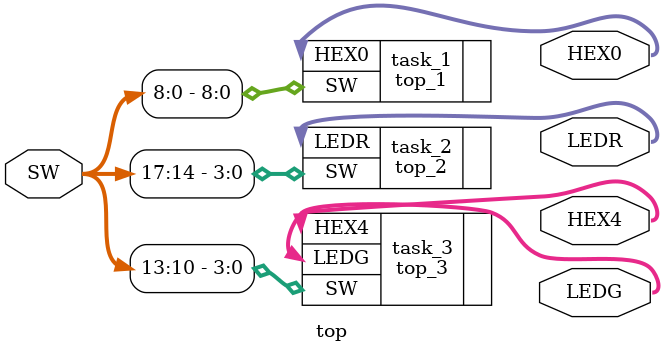
<source format=v>
module top(
				input  [17:0]  SW,
				output [7:0]	 LEDR,LEDG,
				output [6:0]	 HEX0,HEX4);
top_1 task_1(.SW(SW[8:0]),.HEX0(HEX0));
top_2 task_2(.SW(SW[17:14]),.LEDR(LEDR));
top_3 task_3(.SW(SW[13:10]),.HEX4(HEX4),.LEDG(LEDG));
endmodule

</source>
